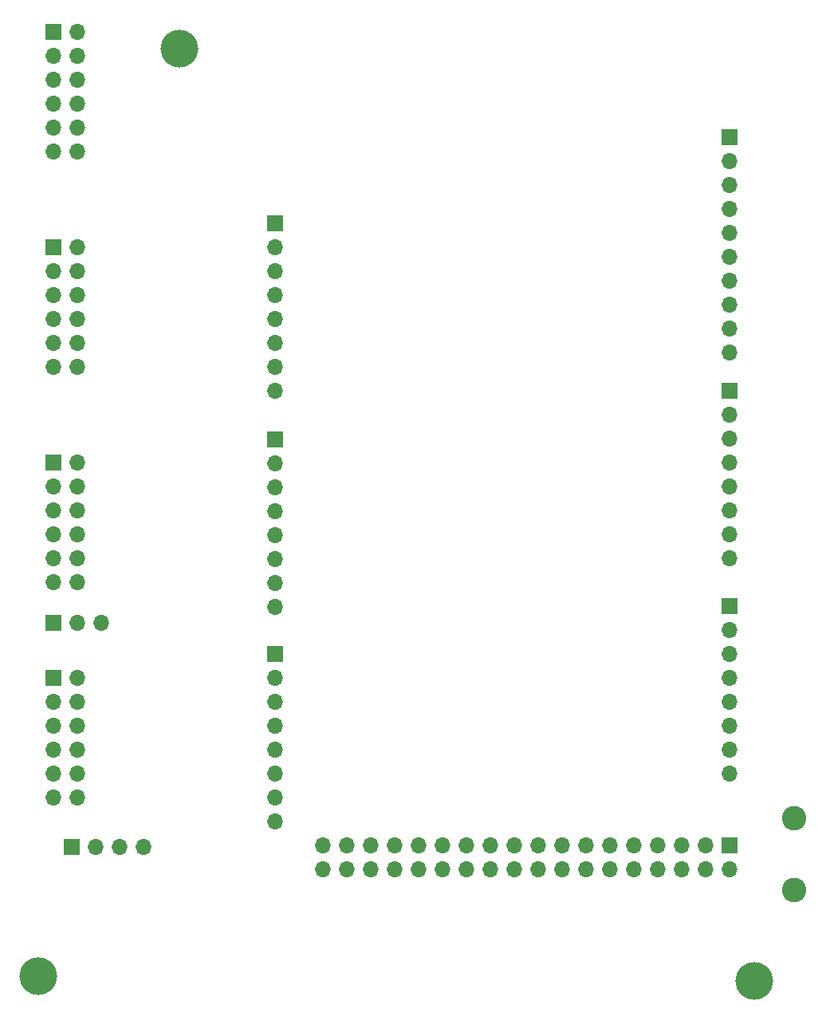
<source format=gbr>
%TF.GenerationSoftware,KiCad,Pcbnew,9.0.1-9.0.1-0~ubuntu24.04.1*%
%TF.CreationDate,2025-04-22T11:41:42+09:00*%
%TF.ProjectId,PSCE-MI_Arduino_DUE,50534345-2d4d-4495-9f41-726475696e6f,rev?*%
%TF.SameCoordinates,Original*%
%TF.FileFunction,Soldermask,Bot*%
%TF.FilePolarity,Negative*%
%FSLAX46Y46*%
G04 Gerber Fmt 4.6, Leading zero omitted, Abs format (unit mm)*
G04 Created by KiCad (PCBNEW 9.0.1-9.0.1-0~ubuntu24.04.1) date 2025-04-22 11:41:42*
%MOMM*%
%LPD*%
G01*
G04 APERTURE LIST*
%ADD10C,4.000000*%
%ADD11R,1.700000X1.700000*%
%ADD12O,1.700000X1.700000*%
%ADD13C,2.600000*%
G04 APERTURE END LIST*
D10*
%TO.C,TP2*%
X115000000Y-52500000D03*
%TD*%
%TO.C,TP4*%
X176000000Y-151500000D03*
%TD*%
D11*
%TO.C,Right_Bottom1*%
X173350000Y-111760000D03*
D12*
X173350000Y-114300000D03*
X173350000Y-116840000D03*
X173350000Y-119380000D03*
X173350000Y-121920000D03*
X173350000Y-124460000D03*
X173350000Y-127000000D03*
X173350000Y-129540000D03*
%TD*%
D11*
%TO.C,JA1*%
X101600000Y-50800000D03*
D12*
X104140000Y-50800000D03*
X101600000Y-53340000D03*
X104140000Y-53340000D03*
X101600000Y-55880000D03*
X104140000Y-55880000D03*
X101600000Y-58420000D03*
X104140000Y-58420000D03*
X101600000Y-60960000D03*
X104140000Y-60960000D03*
X101600000Y-63500000D03*
X104140000Y-63500000D03*
%TD*%
D11*
%TO.C,JC1*%
X101600000Y-96520000D03*
D12*
X104140000Y-96520000D03*
X101600000Y-99060000D03*
X104140000Y-99060000D03*
X101600000Y-101600000D03*
X104140000Y-101600000D03*
X101600000Y-104140000D03*
X104140000Y-104140000D03*
X101600000Y-106680000D03*
X104140000Y-106680000D03*
X101600000Y-109220000D03*
X104140000Y-109220000D03*
%TD*%
D11*
%TO.C,JB1*%
X101600000Y-73660000D03*
D12*
X104140000Y-73660000D03*
X101600000Y-76200000D03*
X104140000Y-76200000D03*
X101600000Y-78740000D03*
X104140000Y-78740000D03*
X101600000Y-81280000D03*
X104140000Y-81280000D03*
X101600000Y-83820000D03*
X104140000Y-83820000D03*
X101600000Y-86360000D03*
X104140000Y-86360000D03*
%TD*%
D11*
%TO.C,Left_Middle1*%
X125090000Y-93990000D03*
D12*
X125090000Y-96530000D03*
X125090000Y-99070000D03*
X125090000Y-101610000D03*
X125090000Y-104150000D03*
X125090000Y-106690000D03*
X125090000Y-109230000D03*
X125090000Y-111770000D03*
%TD*%
D11*
%TO.C,J3*%
X101600000Y-113538000D03*
D12*
X104140000Y-113538000D03*
X106680000Y-113538000D03*
%TD*%
D10*
%TO.C,TP1*%
X100000000Y-151000000D03*
%TD*%
D11*
%TO.C,Right_Middle1*%
X173350000Y-88900000D03*
D12*
X173350000Y-91440000D03*
X173350000Y-93980000D03*
X173350000Y-96520000D03*
X173350000Y-99060000D03*
X173350000Y-101600000D03*
X173350000Y-104140000D03*
X173350000Y-106680000D03*
%TD*%
D11*
%TO.C,Left_Bottom1*%
X125100000Y-116840000D03*
D12*
X125100000Y-119380000D03*
X125100000Y-121920000D03*
X125100000Y-124460000D03*
X125100000Y-127000000D03*
X125100000Y-129540000D03*
X125100000Y-132080000D03*
X125100000Y-134620000D03*
%TD*%
D11*
%TO.C,Right_Top1*%
X173350000Y-61970000D03*
D12*
X173350000Y-64510000D03*
X173350000Y-67050000D03*
X173350000Y-69590000D03*
X173350000Y-72130000D03*
X173350000Y-74670000D03*
X173350000Y-77210000D03*
X173350000Y-79750000D03*
X173350000Y-82290000D03*
X173350000Y-84830000D03*
%TD*%
D11*
%TO.C,JD1*%
X101600000Y-119380000D03*
D12*
X104140000Y-119380000D03*
X101600000Y-121920000D03*
X104140000Y-121920000D03*
X101600000Y-124460000D03*
X104140000Y-124460000D03*
X101600000Y-127000000D03*
X104140000Y-127000000D03*
X101600000Y-129540000D03*
X104140000Y-129540000D03*
X101600000Y-132080000D03*
X104140000Y-132080000D03*
%TD*%
D13*
%TO.C,TP3*%
X180280000Y-134280000D03*
X180280000Y-141900000D03*
%TD*%
D11*
%TO.C,J2*%
X103540000Y-137280000D03*
D12*
X106080000Y-137280000D03*
X108620000Y-137280000D03*
X111160000Y-137280000D03*
%TD*%
D11*
%TO.C,J1*%
X173355000Y-137160000D03*
D12*
X173355000Y-139700000D03*
X170815000Y-137160000D03*
X170815000Y-139700000D03*
X168275000Y-137160000D03*
X168275000Y-139700000D03*
X165735000Y-137160000D03*
X165735000Y-139700000D03*
X163195000Y-137160000D03*
X163195000Y-139700000D03*
X160655000Y-137160000D03*
X160655000Y-139700000D03*
X158115000Y-137160000D03*
X158115000Y-139700000D03*
X155575000Y-137160000D03*
X155575000Y-139700000D03*
X153035000Y-137160000D03*
X153035000Y-139700000D03*
X150495000Y-137160000D03*
X150495000Y-139700000D03*
X147955000Y-137160000D03*
X147955000Y-139700000D03*
X145415000Y-137160000D03*
X145415000Y-139700000D03*
X142875000Y-137160000D03*
X142875000Y-139700000D03*
X140335000Y-137160000D03*
X140335000Y-139700000D03*
X137795000Y-137160000D03*
X137795000Y-139700000D03*
X135255000Y-137160000D03*
X135255000Y-139700000D03*
X132715000Y-137160000D03*
X132715000Y-139700000D03*
X130175000Y-137160000D03*
X130175000Y-139700000D03*
%TD*%
D11*
%TO.C,Left_Top1*%
X125100000Y-71120000D03*
D12*
X125100000Y-73660000D03*
X125100000Y-76200000D03*
X125100000Y-78740000D03*
X125100000Y-81280000D03*
X125100000Y-83820000D03*
X125100000Y-86360000D03*
X125100000Y-88900000D03*
%TD*%
M02*

</source>
